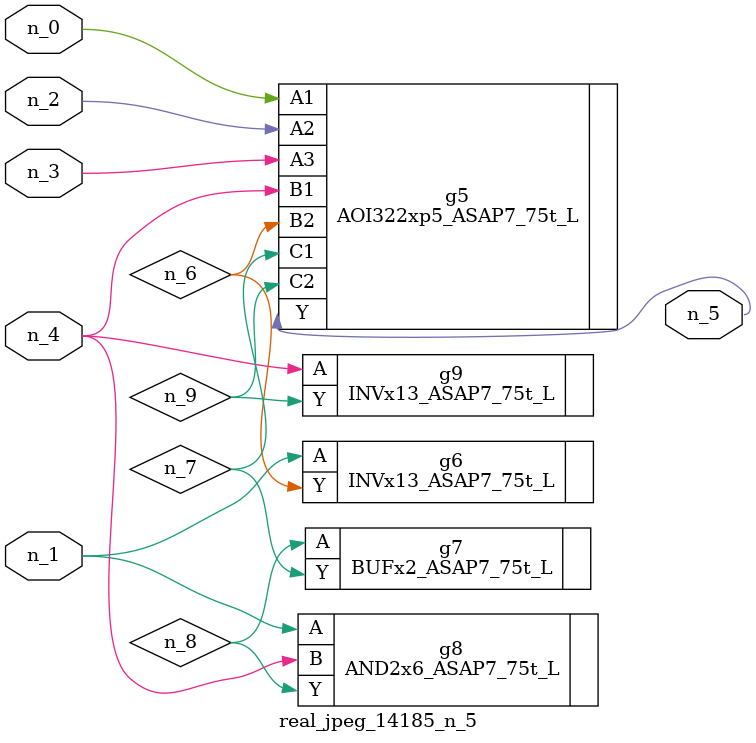
<source format=v>
module real_jpeg_14185_n_5 (n_4, n_0, n_1, n_2, n_3, n_5);

input n_4;
input n_0;
input n_1;
input n_2;
input n_3;

output n_5;

wire n_8;
wire n_6;
wire n_7;
wire n_9;

AOI322xp5_ASAP7_75t_L g5 ( 
.A1(n_0),
.A2(n_2),
.A3(n_3),
.B1(n_4),
.B2(n_6),
.C1(n_7),
.C2(n_9),
.Y(n_5)
);

INVx13_ASAP7_75t_L g6 ( 
.A(n_1),
.Y(n_6)
);

AND2x6_ASAP7_75t_L g8 ( 
.A(n_1),
.B(n_4),
.Y(n_8)
);

INVx13_ASAP7_75t_L g9 ( 
.A(n_4),
.Y(n_9)
);

BUFx2_ASAP7_75t_L g7 ( 
.A(n_8),
.Y(n_7)
);


endmodule
</source>
